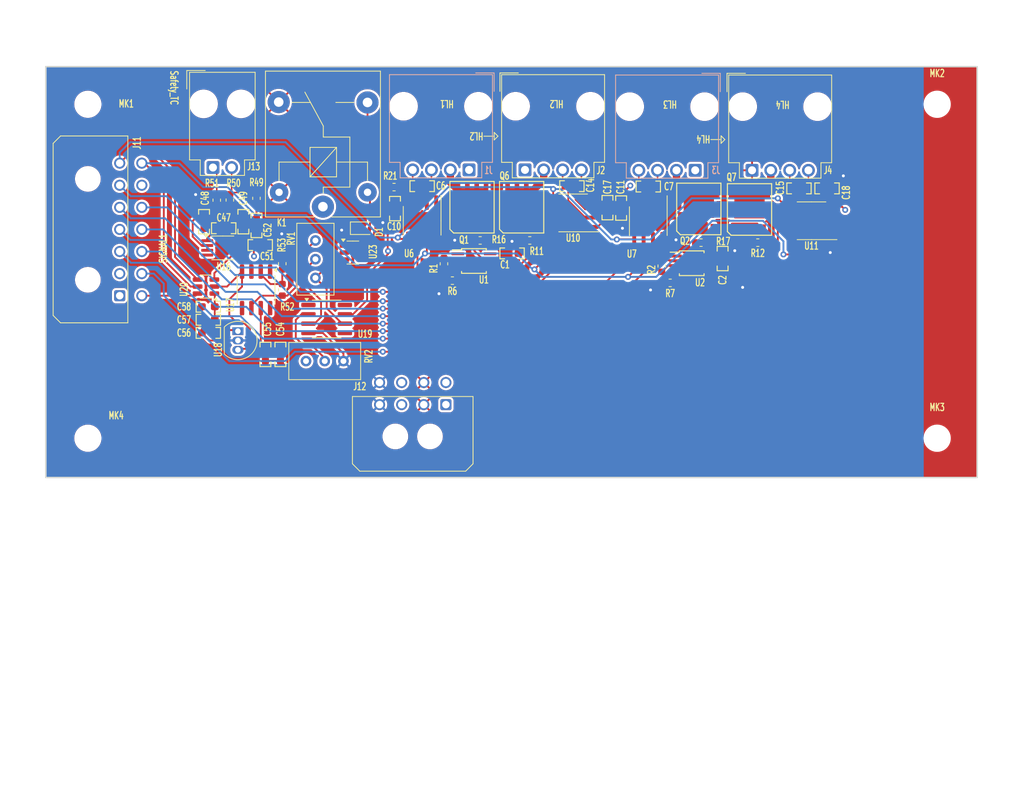
<source format=kicad_pcb>
(kicad_pcb (version 20241229) (generator "pcbnew") (generator_version "9.0")
  (layers (0 "F.Cu" jumper) (4 "In1.Cu" signal) (6 "In2.Cu" signal) (2 "B.Cu" signal) (13 "F.Paste" user) (15 "B.Paste" user) (5 "F.SilkS" user "F.Silkscreen") (7 "B.SilkS" user "B.Silkscreen") (1 "F.Mask" user) (3 "B.Mask" user) (25 "Edge.Cuts" user))
  (net 0 "")
  (net 1 "+12V")
  (net 2 "GNDREF")
  (net 3 "/TC1-")
  (net 4 "/TC1+")
  (net 5 "/TC3-")
  (net 6 "/TC3+")
  (net 7 "+3.3V")
  (net 8 "/TC2-")
  (net 9 "/TC2+")
  (net 10 "/TC4-")
  (net 11 "/TC4+")
  (net 12 "Net-(U16--IN)")
  (net 13 "Net-(U16-+IN)")
  (net 14 "Net-(U18-VO)")
  (net 15 "Net-(D1-A)")
  (net 16 "/MOSFET_HL1")
  (net 17 "/SAFETY_12V")
  (net 18 "/MOSFET_HL2")
  (net 19 "/MOSFET_HL3")
  (net 20 "/MOSFET_HL4")
  (net 21 "+24V")
  (net 22 "/HL1_PWM_IN")
  (net 23 "/HL2_PWM_IN")
  (net 24 "/HL3_PWM_IN")
  (net 25 "/HL4_PWM_IN")
  (net 26 "/HL4_CS")
  (net 27 "/HL3_CS")
  (net 28 "/SAFETY_CS")
  (net 29 "/HL2_CS")
  (net 30 "/HL1_CS")
  (net 31 "/Safet Cutoff/TC_SAFETY+")
  (net 32 "/Safet Cutoff/TC_SAFETY-")
  (net 33 "/MOSI_1")
  (net 34 "/MISO_1")
  (net 35 "/SCK_1")
  (net 36 "Net-(Q1-G)")
  (net 37 "Net-(Q2-G)")
  (net 38 "Net-(Q6-G)")
  (net 39 "Net-(Q7-G)")
  (net 42 "Net-(U1-OUT_B)")
  (net 43 "Net-(U2-OUT_B)")
  (net 44 "Net-(U1-OUT_A)")
  (net 45 "Net-(U2-OUT_A)")
  (net 46 "Net-(R52-Pad1)")
  (net 47 "Net-(U17--)")
  (net 48 "Net-(U19-+)")
  (net 49 "/Safet Cutoff/V_CUTOFF")
  (net 55 "Net-(U16-SENSE)")
  (net 66 "Net-(K1-Pad3)")
  (net 67 "Net-(U23-G1)")
  (footprint "NYSEARCH:R_0603_1608Metric" (layer "F.Cu") (at 173.926638 72.809073)
    (property "Reference" "R17")
    (property "Value" "100")
  )
  (footprint "NYSEARCH:R_0603_1608Metric" (layer "F.Cu") (at 150.685638 72.504323 180)
    (property "Reference" "R11")
    (property "Value" "100")
  )
  (footprint "NYSEARCH:R_0603_1608Metric" (layer "F.Cu") (at 132.270638 65.265323)
    (property "Reference" "R21")
    (property "Value" "10k")
  )
  (footprint "NYSEARCH:R_0603_1608Metric" (layer "F.Cu") (at 117.103638 75.662323 90)
    (property "Reference" "R53")
    (property "Value" "1k")
  )
  (footprint "NYSEARCH:C_0603_1608Metric_HandSolder" (layer "F.Cu") (at 148.2852 74.2696)
    (property "Reference" "C1")
    (property "Value" "1u")
  )
  (footprint "NYSEARCH:R_0603_1608Metric" (layer "F.Cu") (at 113.601638 66.789323 90)
    (property "Reference" "R49")
    (property "Value" "1M")
  )
  (footprint "Package_SO:SOIC-8_3.9x4.9mm_P1.27mm" (layer "F.Cu") (at 123.126638 83.172323)
    (property "Reference" "U19")
    (property "Value" "LMC6081")
  )
  (footprint "Package_TO_SOT_THT:TO-92_Inline" (layer "F.Cu") (at 111.082638 84.823323 -90)
    (property "Reference" "U18")
    (property "Value" "LP2950-3.3_TO92")
  )
  (footprint "NYSEARCH:C_0603_1608Metric_HandSolder" (layer "F.Cu") (at 156.400638 65.138323)
    (property "Reference" "C14")
    (property "Value" "10n")
  )
  (footprint "NYSEARCH:SO-8_Maxim" (layer "F.Cu") (at 166.763888 69.888073 -90)
    (property "Reference" "U7")
    (property "Value" "MAX31855")
  )
  (footprint "NYSEARCH:R_0603_1608Metric" (layer "F.Cu") (at 139.042638 75.679323 -90)
    (property "Reference" "R1")
    (property "Value" "4.7k")
  )
  (footprint "NYSEARCH:R_0603_1608Metric" (layer "F.Cu") (at 181.622888 72.809073 180)
    (property "Reference" "R12")
    (property "Value" "100")
  )
  (footprint "Diode_SMD:D_SOD-323" (layer "F.Cu") (at 127.952638 70.853323)
    (property "Reference" "D1")
    (property "Value" "BAT48JFILM")
  )
  (footprint "NYSEARCH:MSOP-8_3x3mm_P0.65mm_TI" (layer "F.Cu") (at 172.656638 75.603073)
    (property "Reference" "U2")
    (property "Value" "TC4427")
  )
  (footprint "NYSEARCH:C_0603_1608Metric_HandSolder" (layer "F.Cu") (at 163.080888 68.110073 -90)
    (property "Reference" "C11")
    (property "Value" "100n")
  )
  (footprint "NYSEARCH:PowerDI5060-8" (layer "F.Cu") (at 173.621888 68.234073)
    (property "Reference" "Q2")
    (property "Value" "DMT6004LPS")
  )
  (footprint "MountingHole:MountingHole_3.2mm_M3" (layer "F.Cu") (at 90.7268 99.362)
    (property "Reference" "MK4")
    (property "Value" "Mounting_Hole")
  )
  (footprint "NYSEARCH:SO-8_Maxim" (layer "F.Cu") (at 156.5656 68.771323 180)
    (property "Reference" "U10")
    (property "Value" "MAX31855")
  )
  (footprint "NYSEARCH:C_0603_1608Metric_HandSolder" (layer "F.Cu") (at 116.849638 87.981323 -90)
    (property "Reference" "C54")
    (property "Value" "10u")
  )
  (footprint "NYSEARCH:R_0603_1608Metric" (layer "F.Cu") (at 168.592638 75.984073 -90)
    (property "Reference" "R2")
    (property "Value" "4.7k")
  )
  (footprint "NYSEARCH:C_0603_1608Metric_HandSolder" (layer "F.Cu") (at 111.823638 69.964323 90)
    (property "Reference" "C49")
    (property "Value" "10u")
  )
  (footprint "NYSEARCH:PowerDI5060-8" (layer "F.Cu") (at 180.499888 68.305073)
    (property "Reference" "Q7")
    (property "Value" "DMT6004LPS")
  )
  (footprint "NYSEARCH:MSOP-8_3x3mm_P0.65mm_TI" (layer "F.Cu") (at 143.106638 75.298323)
    (property "Reference" "U1")
    (property "Value" "TC4427")
  )
  (footprint "Package_TO_SOT_SMD:SOT-23-6" (layer "F.Cu") (at 126.682638 74.155323)
    (property "Reference" "U23")
    (property "Value" "NUD3124")
  )
  (footprint "MountingHole:MountingHole_3.2mm_M3" (layer "F.Cu") (at 205.9574 54.022)
    (property "Reference" "MK2")
    (property "Value" "Mounting_Hole")
  )
  (footprint "NYSEARCH:R_0603_1608Metric" (layer "F.Cu") (at 117.103638 79.218323 90)
    (property "Reference" "R52")
    (property "Value" "9k")
  )
  (footprint "NYSEARCH:C_0603_1608Metric_HandSolder" (layer "F.Cu") (at 136.080638 65.138323 180)
    (property "Reference" "C6")
    (property "Value" "10n")
  )
  (footprint "NYSEARCH:PowerDI5060-8" (layer "F.Cu") (at 149.579638 68.000323)
    (property "Reference" "Q6")
    (property "Value" "DMT6004LPS")
  )
  (footprint "NYSEARCH:R_0603_1608Metric" (layer "F.Cu") (at 109.991638 67.026323 90)
    (property "Reference" "R50")
    (property "Value" "100")
  )
  (footprint "Connector_Molex:Molex_Micro-Fit_3.0_43045-1400_2x07_P3.00mm_Horizontal" (layer "F.Cu") (at 95.0468 80.0128 90)
    (property "Reference" "J11")
    (property "Value" "SIGNAL1")
  )
  (footprint "Potentiometer_THT:Potentiometer_Bourns_3296W_Vertical" (layer "F.Cu") (at 121.602638 77.594323 -90)
    (property "Reference" "RV1")
    (property "Value" "10k")
  )
  (footprint "NYSEARCH:PowerDI5060-8" (layer "F.Cu") (at 142.848638 68.000323)
    (property "Reference" "Q1")
    (property "Value" "DMT6004LPS")
  )
  (footprint "NYSEARCH:Molex_SL_171975-0004_1x04_P2.54mm_Horizontal" (layer "F.Cu") (at 150.033638 62.933323)
    (property "Reference" "J2")
    (property "Value" "HL2")
  )
  (footprint "NYSEARCH:C_0603_1608Metric_HandSolder" (layer "F.Cu") (at 114.817638 87.981323 -90)
    (property "Reference" "C55")
    (property "Value" "10u")
  )
  (footprint "Package_SO:SOIC-8_3.9x4.9mm_P1.27mm" (layer "F.Cu") (at 113.547638 79.218323 -90)
    (property "Reference" "U17")
    (property "Value" "LMC6081")
  )
  (footprint "NYSEARCH:C_0603_1608Metric_HandSolder" (layer "F.Cu") (at 132.397638 68.186323 90)
    (property "Reference" "C10")
    (property "Value" "100n")
  )
  (footprint "NYSEARCH:SO-8_Maxim" (layer "F.Cu") (at 188.912638 69.837323 180)
    (property "Reference" "U11")
    (property "Value" "MAX31855")
  )
  (footprint "MountingHole:MountingHole_3.2mm_M3" (layer "F.Cu") (at 205.9574 99.362)
    (property "Reference" "MK3")
    (property "Value" "Mounting_Hole")
  )
  (footprint "NYSEARCH:Molex_SL_171975-0002_1x02_P2.54mm_Horizontal" (layer "F.Cu") (at 107.695638 62.609323)
    (property "Reference" "J13")
    (property "Value" "TC_SAFETY")
  )
  (footprint "NYSEARCH:C_0603_1608Metric_HandSolder" (layer "F.Cu") (at 176.847638 74.968073 90)
    (property "Reference" "C2")
    (property "Value" "1u")
  )
  (footprint "Connector_Molex:Molex_Micro-Fit_3.0_43045-0800_2x04_P3.00mm_Horizontal" (layer "F.Cu") (at 139.304 94.8 180)
    (property "Reference" "J12")
    (property "Value" "POWER" (hide yes))
  )
  (footprint "Package_SO:MSOP-8_3x3mm_P0.65mm" (layer "F.Cu") (at 109.029638 73.520323)
    (property "Reference" "U16")
    (property "Value" "AD8497")
  )
  (footprint "NYSEARCH:SO-8_Maxim" (layer "F.Cu") (at 136.080638 69.837323 -90)
    (property "Reference" "U6")
    (property "Value" "MAX31855")
  )
  (footprint "NYSEARCH:R_0603_1608Metric" (layer "F.Cu") (at 169.735638 78.270073 180)
    (property "Reference" "R7")
    (property "Value" "4.7k")
  )
  (footprint "Potentiometer_THT:Potentiometer_Bourns_3296W_Vertical" (layer "F.Cu") (at 120.322638 88.887323 180)
    (property "Reference" "RV2")
    (property "Value" "10k")
  )
  (footprint "NYSEARCH:C_0603_1608Metric_HandSolder" (layer "F.Cu") (at 161.226638 68.059323 -90)
    (property "Reference" "C17")
    (property "Value" "100n")
  )
  (footprint "NYSEARCH:C_0603_1608Metric_HandSolder" (layer "F.Cu") (at 106.489638 69.964323 -90)
    (property "Reference" "C48")
    (property "Value" "10u")
  )
  (footprint "MountingHole:MountingHole_3.2mm_M3" (layer "F.Cu") (at 90.7268 54.022)
    (property "Reference" "MK1")
    (property "Value" "Mounting_Hole")
  )
  (footprint "Relay_THT:Relay_SPDT_SANYOU_SRD_Series_Form_C" (layer "F.Cu") (at 122.618638 67.923323 90)
    (property "Reference" "K1")
    (property "Value" "J107F1CS1212VDC.36")
  )
  (footprint "NYSEARCH:C_0603_1608Metric_HandSolder" (layer "F.Cu") (at 113.601638 70.472323 -90)
    (property "Reference" "C52")
    (property "Value" "10u")
  )
  (footprint "NYSEARCH:C_0603_1608Metric_HandSolder" (layer "F.Cu") (at 191.020888 65.443073)
    (property "Reference" "C18")
    (property "Value" "100n")
  )
  (footprint "NYSEARCH:C_0603_1608Metric_HandSolder" (layer "F.Cu") (at 107.070638 85.060323)
    (property "Reference" "C56")
    (property "Value" "0.1u")
  )
  (footprint "Package_TO_SOT_SMD:SOT-23-6" (layer "F.Cu") (at 106.749138 78.771323 180)
    (property "Reference" "U20")
    (property "Value" "ADC121S021")
  )
  (footprint "NYSEARCH:C_0603_1608Metric_HandSolder" (layer "F.Cu") (at 166.763888 65.189073 180)
    (property "Reference" "C7")
    (property "Value" "10n")
  )
  (footprint "NYSEARCH:C_0603_1608Metric_HandSolder" (layer "F.Cu") (at 114.109638 73.139323 180)
    (property "Reference" "C51")
    (property "Value" "0.1u")
  )
  (footprint "NYSEARCH:C_0603_1608Metric_HandSolder" (layer "F.Cu") (at 107.070638 81.504323)
    (property "Reference" "C58")
    (property "Value" "0.1u")
  )
  (footprint "NYSEARCH:C_0603_1608Metric_HandSolder" (layer "F.Cu") (at 109.156638 70.853323)
    (property "Reference" "C47")
    (property "Value" "10u")
  )
  (footprint "NYSEARCH:R_0603_1608Metric" (layer "F.Cu") (at 140.185638 77.965323 180)
    (property "Reference" "R6")
    (property "Value" "4.7k")
  )
  (footprint "NYSEARCH:C_0603_1608Metric_HandSolder" (layer "F.Cu") (at 107.070638 83.282323)
    (property "Reference" "C57")
    (property "Value" "0.1u")
  )
  (footprint "NYSEARCH:C_0603_1608Metric_HandSolder" (layer "F.Cu") (at 187.210888 65.443073)
    (property "Reference" "C15")
    (property "Value" "10n")
  )
  (footprint "NYSEARCH:Molex_SL_171975-0004_1x04_P2.54mm_Horizontal" (layer "F.Cu") (at 180.843888 62.984073)
    (property "Reference" "J4")
    (property "Value" "HL4")
  )
  (footprint "NYSEARCH:R_0603_1608Metric" (layer "F.Cu") (at 108.213638 67.043323 -90)
    (property "Reference" "R51")
    (property "Value" "100")
  )
  (footprint "NYSEARCH:R_0603_1608Metric" (layer "F.Cu") (at 143.954638 72.504323)
    (property "Reference" "R16")
    (property "Value" "100")
  )
  (footprint "NYSEARCH:Molex_SL_171975-0004_1x04_P2.54mm_Horizontal" (layer "B.Cu") (at 173.130888 62.984073 180)
    (property "Reference" "J3")
    (property "Value" "HL3")
  )
  (footprint "NYSEARCH:Molex_SL_171975-0004_1x04_P2.54mm_Horizontal" (layer "B.Cu") (at 142.447638 62.933323 180)
    (property "Reference" "J1")
    (property "Value" "HL1")
  )
  (gr_line (start 146.367638 58.356523) (end 145.859638 58.864523) (stroke (width 0.12)) (layer "F.SilkS"))
  (gr_line (start 145.859638 58.864523) (end 145.859638 57.848523) (stroke (width 0.12)) (layer "F.SilkS"))
  (gr_line (start 146.367638 58.356523) (end 145.859638 57.848523) (stroke (width 0.12)) (layer "F.SilkS"))
  (gr_line (start 145.732638 58.356523) (end 144.462638 58.356523) (stroke (width 0.12)) (layer "F.SilkS"))
  (gr_line (start 177.152438 58.813723) (end 176.644438 58.305723) (stroke (width 0.12)) (layer "F.SilkS"))
  (gr_line (start 176.517438 58.813723) (end 175.247438 58.813723) (stroke (width 0.12)) (layer "F.SilkS"))
  (gr_line (start 176.644438 59.321723) (end 176.644438 58.305723) (stroke (width 0.12)) (layer "F.SilkS"))
  (gr_line (start 177.152438 58.813723) (end 176.644438 59.321723) (stroke (width 0.12)) (layer "F.SilkS"))
  (gr_rect (start 85.026638 48.915323) (end 211.382638 104.695323) (stroke (width 0.2)) (fill no) (layer "Edge.Cuts"))
  (gr_text "HL4" (at 175.247438 58.153323 180) (layer "F.SilkS") (effects (font (size 1 0.65) (thickness 0.153) (bold yes)) (justify left bottom)))
  (gr_text "HL1" (at 140.449438 53.378123 180) (layer "F.SilkS") (effects (font (size 1 0.65) (thickness 0.153) (bold yes)) (justify left bottom)))
  (gr_text "HL2\n" (at 144.462638 57.746923 180) (layer "F.SilkS") (effects (font (size 1 0.65) (thickness 0.153) (bold yes)) (justify left bottom)))
  (gr_text "HL3" (at 170.726238 53.428923 180) (layer "F.SilkS") (effects (font (size 1 0.65) (thickness 0.153) (bold yes)) (justify left bottom)))
  (gr_text "HL4" (at 186.017038 53.479723 180) (layer "F.SilkS") (effects (font (size 1 0.65) (thickness 0.153) (bold yes)) (justify left bottom)))
  (gr_text "SIGNAL1" (at 101.536638 75.679323 90) (layer "F.SilkS") (effects (font (size 1 0.65) (thickness 0.153) (bold yes)) (justify left bottom)))
  (gr_text "Safety_TC" (at 101.841438 49.364923 -90) (layer "F.SilkS") (effects (font (size 1 0.65) (thickness 0.153) (bold yes)) (justify left bottom)))
  (gr_text "HL2\n" (at 155.333838 53.378123 180) (layer "F.SilkS") (effects (font (size 1 0.65) (thickness 0.153) (bold yes)) (justify left bottom)))
  (segment (start 174.856638 75.928073) (end 176.762638 75.928073) (width 0.25) (layer "F.Cu") (net 1))
  (segment (start 147.4102 74.609761) (end 146.396638 75.623323) (width 0.25) (layer "F.Cu") (net 1))
  (segment (start 147.4102 74.2696) (end 147.4102 74.609761) (width 0.25) (layer "F.Cu") (net 1))
  (segment (start 146.396638 75.623323) (end 145.306638 75.623323) (width 0.25) (layer "F.Cu") (net 1))
  (segment (start 176.762638 75.928073) (end 176.847638 75.843073) (width 0.25) (layer "F.Cu") (net 1))
  (segment (start 172.986888 70.904073) (end 171.716888 70.904073) (width 0.25) (layer "F.Cu") (net 2))
  (segment (start 161.226638 69.329323) (end 159.879638 70.676323) (width 0.25) (layer "F.Cu") (net 2))
  (segment (start 110.807638 83.553323) (end 111.737638 83.553323) (width 0.25) (layer "F.Cu") (net 2))
  (segment (start 139.886138 75.623323) (end 139.042638 76.466823) (width 0.25) (layer "F.Cu") (net 2))
  (segment (start 143.483638 70.670323) (end 142.213638 70.670323) (width 0.25) (layer "F.Cu") (net 2))
  (segment (start 149.1602 73.518885) (end 148.272638 72.631323) (width 0.25) (layer "F.Cu") (net 2))
  (segment (start 140.943638 70.670323) (end 137.985638 67.712323) (width 0.25) (layer "F.Cu") (net 2))
  (segment (start 168.948138 77.127073) (end 168.592638 76.771573) (width 0.25) (layer "F.Cu") (net 2))
  (segment (start 191.895888 65.076073) (end 193.230638 63.741323) (width 0.25) (layer "F.Cu") (net 2))
  (segment (start 177.039388 73.901323) (end 176.847638 74.093073) (width 0.25) (layer "F.Cu") (net 2))
  (segment (start 180.429038 78.850423) (end 181.391731 77.887731) (width 0.25) (layer "F.Cu") (net 2))
  (segment (start 112.712638 85.585323) (end 112.204638 86.093323) (width 0.25) (layer "F.Cu") (net 2))
  (segment (start 106.195638 83.282323) (end 106.195638 85.060323) (width 0.25) (layer "F.Cu") (net 2))
  (segment (start 147.674638 70.670323) (end 147.674638 72.033323) (width 0.25) (layer "F.Cu") (net 2))
  (segment (start 111.737638 83.553323) (end 112.712638 84.528323) (width 0.25) (layer "F.Cu") (net 2))
  (segment (start 104.951638 69.865323) (end 104.951638 71.993364) (width 0.25) (layer "F.Cu") (net 2))
  (segment (start 106.489638 69.089323) (end 106.489638 67.424323) (width 0.25) (layer "F.Cu") (net 2))
  (segment (start 191.377638 74.080323) (end 191.452638 74.155323) (width 0.25) (layer "F.Cu") (net 2))
  (segment (start 139.398138 77.965323) (end 139.398138 78.711823) (width 0.25) (layer "F.Cu") (net 2))
  (segment (start 170.523038 72.097923) (end 170.523038 72.428123) (width 0.25) (layer "F.Cu") (net 2))
  (segment (start 114.095638 70.091323) (end 115.506638 70.091323) (width 0.25) (layer "F.Cu") (net 2))
  (segment (start 149.1602 74.2696) (end 149.1602 73.518885) (width 0.25) (layer "F.Cu") (net 2))
  (segment (start 120.651638 85.077323) (end 122.618638 85.077323) (width 0.25) (layer "F.Cu") (net 2))
  (segment (start 132.397638 67.311323) (end 130.746638 68.962323) (width 0.25) (layer "F.Cu") (net 2))
  (segment (start 112.204638 86.093323) (end 111.082638 86.093323) (width 0.25) (layer "F.Cu") (net 2))
  (segment (start 139.398138 78.711823) (end 138.366638 79.743323) (width 0.25) (layer "F.Cu") (net 2))
  (segment (start 183.600138 75.679323) (end 189.928638 75.679323) (width 0.25) (layer "F.Cu") (net 2))
  (segment (start 123.624638 90.665323) (end 118.658638 90.665323) (width 0.25) (layer "F.Cu") (net 2))
  (segment (start 163.030138 68.934323) (end 163.080888 68.985073) (width 0.25) (layer "F.Cu") (net 2))
  (segment (start 125.545138 71.493823) (end 125.158638 71.107323) (width 0.25) (layer "F.Cu") (net 2))
  (segment (start 163.080888 68.985073) (end 163.080888 70.675573) (width 0.25) (layer "F.Cu") (net 2))
  (segment (start 140.943638 72.035523) (end 140.943638 70.670323) (width 0.25) (layer "F.Cu") (net 2))
  (segment (start 115.506638 73.139323) (end 117.030638 71.615323) (width 0.25) (layer "F.Cu") (net 2))
  (segment (start 174.256888 70.904073) (end 172.986888 70.904073) (width 0.25) (layer "F.Cu") (net 2))
  (segment (start 125.545138 73.205323) (end 125.545138 71.493823) (width 0.25) (layer "F.Cu") (net 2))
  (segment (start 104.951638 71.993364) (end 106.153597 73.195323) (width 0.25) (layer "F.Cu") (net 2))
  (segment (start 113.601638 69.597323) (end 114.095638 70.091323) (width 0.25) (layer "F.Cu") (net 2))
  (segment (start 106.153597 73.195323) (end 106.917138 73.195323) (width 0.25) (layer "F.Cu") (net 2))
  (segment (start 125.402638 88.887323) (end 123.624638 90.665323) (width 0.25) (layer "F.Cu") (net 2))
  (segment (start 107.228638 86.093323) (end 106.195638 85.060323) (width 0.25) (layer "F.Cu") (net 2))
  (segment (start 106.917138 73.195323) (end 106.917138 73.845323) (width 0.25) (layer "F.Cu") (net 2))
  (segment (start 106.489638 67.424323) (end 105.346638 66.281323) (width 0.25) (layer "F.Cu") (net 2))
  (segment (start 168.033888 78.270073) (end 167.068638 79.235323) (width 0.25) (layer "F.Cu") (net 2))
  (segment (start 140.906638 75.623323) (end 139.886138 75.623323) (width 0.25) (layer "F.Cu") (net 2))
  (segment (start 168.948138 78.270073) (end 168.948138 77.127073) (width 0.25) (layer "F.Cu") (net 2))
  (segment (start 140.500238 72.478923) (end 140.943638 72.035523) (width 0.25) (layer "F.Cu") (net 2))
  (segment (start 147.674638 72.033323) (end 148.272638 72.631323) (width 0.25) (layer "F.Cu") (net 2))
  (segment (start 118.658638 90.665323) (end 116.849638 88.856323) (width 0.25) (layer "F.Cu") (net 2))
  (segment (start 171.716888 70.904073) (end 170.523038 72.097923) (width 0.25) (layer "F.Cu") (net 2))
  (segment (start 189.928638 75.679323) (end 191.452638 74.155323) (width 0.25) (layer "F.Cu") (net 2))
  (segment (start 117.103638 71.688323) (end 117.030638 71.615323) (width 0.25) (layer "F.Cu") (net 2))
  (segment (start 170.456638 75.928073) (end 169.436138 75.928073) (width 0.25) (layer "F.Cu") (net 2))
  (segment (start 105.727638 69.089323) (end 104.951638 69.865323) (width 0.25) (layer "F.Cu") (net 2))
  (segment (start 168.668888 67.423073) (end 168.668888 67.856073) (width 0.25) (layer "F.Cu") (net 2))
  (segment (start 111.642638 76.743323) (end 111.642638 78.781323) (width 0.25) (layer "F.Cu") (net 2))
  (segment (start 163.258638 70.853323) (end 165.605641 70.853323) (width 0.25) (layer "F.Cu") (net 2))
  (segment (start 106.195638 81.504323) (end 106.195638 83.282323) (width 0.25) (layer "F.Cu") (net 2))
  (segment (start 191.895888 65.443073) (end 191.895888 65.076073) (width 0.25) (layer "F.Cu") (net 2))
  (segment (start 178.594888 70.975073) (end 178.498638 71.071323) (width 0.25) (layer "F.Cu") (net 2))
  (segment (start 111.642638 78.781323) (end 109.918638 80.505323) (width 0.25) (layer "F.Cu") (net 2))
  (segment (start 139.042638 77.609823) (end 139.398138 77.965323) (width 0.25) (layer "F.Cu") (net 2))
  (segment (start 122.618638 85.077323) (end 125.402638 87.861323) (width 0.25) (layer "F.Cu") (net 2))
  (segment (start 111.642638 76.743323) (end 109.614638 78.771323) (width 0.25) (layer "F.Cu") (net 2))
  (segment (start 113.601638 69.597323) (end 112.331638 69.597323) (width 0.25) (layer "F.Cu") (net 2))
  (segment (start 133.058138 66.650823) (end 132.397638 67.311323) (width 0.25) (layer "F.Cu") (net 2))
  (segment (start 191.377638 71.742323) (end 191.377638 74.080323) (width 0.25) (layer "F.Cu") (net 2))
  (segment (start 109.918638 82.664323) (end 110.807638 83.553323) (width 0.25) (layer "F.Cu") (net 2))
  (segment (start 115.506638 70.091323) (end 117.030638 71.615323) (width 0.25) (layer "F.Cu") (net 2))
  (segment (start 169.436138 75.928073) (end 168.592638 76.771573) (width 0.25) (layer "F.Cu") (net 2))
  (segment (start 161.226638 68.934323) (end 161.226638 69.329323) (width 0.25) (layer "F.Cu") (net 2))
  (segment (start 139.042638 76.466823) (end 139.042638 77.609823) (width 0.25) (layer "F.Cu") (net 2))
  (segment (start 178.498638 71.071323) (end 178.498638 73.901323) (width 0.25) (layer "F.Cu") (net 2))
  (segment (start 137.985638 67.712323) (end 137.985638 67.372323) (width 0.25) (layer "F.Cu") (net 2))
  (segment (start 109.918638 80.505323) (end 109.918638 82.664323) (width 0.25) (layer "F.Cu") (net 2))
  (segment (start 125.402638 87.861323) (end 125.402638 88.887323) (width 0.25) (layer "F.Cu") (net 2))
  (segment (start 109.614638 78.771323) (end 107.886638 78.771323) (width 0.25) (layer "F.Cu") (net 2))
  (segment (start 150.214638 70.670323) (end 148.944638 70.670323) (width 0.25) (layer "F.Cu") (net 2))
  (segment (start 112.712638 84.528323) (end 112.712638 85.585323) (width 0.25) (layer "F.Cu") (net 2))
  (segment (start 112.331638 69.597323) (end 111.823638 69.089323) (width 0.25) (layer "F.Cu") (net 2))
  (segment (start 181.391731 77.887731) (end 183.600138 75.679323) (width 0.25) (layer "F.Cu") (net 2))
  (segment (start 142.213638 70.670323) (end 140.943638 70.670323) (width 0.25) (layer "F.Cu") (net 2))
  (segment (start 168.948138 78.270073) (end 168.033888 78.270073) (width 0.25) (layer "F.Cu") (net 2))
  (segment (start 130.746638 68.962323) (end 130.746638 70.091323) (width 0.25) (layer "F.Cu") (net 2))
  (segment (start 179.565438 78.879723) (end 180.429038 78.879723) (width 0.25) (layer "F.Cu") (net 2))
  (segment (start 178.498638 73.901323) (end 177.039388 73.901323) (width 0.25) (layer "F.Cu") (net 2))
  (segment (start 178.594888 70.975073) (end 179.864888 70.975073) (width 0.25) (layer "F.Cu") (net 2))
  (segment (start 165.605641 70.853323) (end 168.668888 67.790076) (width 0.25) (layer "F.Cu") (net 2))
  (segment (start 161.226638 68.934323) (end 163.030138 68.934323) (width 0.25) (layer "F.Cu") (net 2))
  (segment (start 148.944638 70.670323) (end 147.674638 70.670323) (width 0.25) (layer "F.Cu") (net 2))
  (segment (start 181.134888 70.975073) (end 179.864888 70.975073) (width 0.25) (layer "F.Cu") (net 2))
  (segment (start 133.058138 65.265323) (end 133.058138 66.650823) (width 0.25) (layer "F.Cu") (net 2))
  (segment (start 106.489638 69.089323) (end 105.727638 69.089323) (width 0.25) (layer "F.Cu") (net 2))
  (segment (start 163.080888 70.675573) (end 163.258638 70.853323) (width 0.25) (layer "F.Cu") (net 2))
  (segment (start 168.668888 67.790076) (end 168.668888 67.423073) (width 0.25) (layer "F.Cu") (net 2))
  (segment (start 116.849638 88.856323) (end 114.817638 88.856323) (width 0.25) (layer "F.Cu") (net 2))
  (segment (start 111.082638 86.093323) (end 107.228638 86.093323) (width 0.25) (layer "F.Cu") (net 2))
  (segment (start 159.879638 70.676323) (end 159.0306 70.676323) (width 0.25) (layer "F.Cu") (net 2))
  (segment (start 180.429038 78.879723) (end 180.429038 78.850423) (width 0.25) (layer "F.Cu") (net 2))
  (segment (start 114.984638 73.139323) (end 115.506638 73.139323) (width 0.25) (layer "F.Cu") (net 2))
  (segment (start 117.103638 74.874823) (end 117.103638 71.688323) (width 0.25) (layer "F.Cu") (net 2))
  (segment (start 113.601638 67.576823) (end 113.601638 69.597323) (width 0.25) (layer "F.Cu") (net 2))
  (via (at 191.452638 74.155323) (size 0.8) (drill 0.4) (layers "F.Cu" "B.Cu") (net 2))
  (via (at 163.258638 70.853323) (size 0.8) (drill 0.4) (layers "F.Cu" "B.Cu") (net 2))
  (via (at 117.030638 71.615323) (size 0.8) (drill 0.4) (layers "F.Cu" "B.Cu") (net 2))
  (via (at 167.068638 79.235323) (size 0.8) (drill 0.4) (layers "F.Cu" "B.Cu") (net 2))
  (via (at 140.500238 72.478923) (size 0.8) (drill 0.4) (layers "F.Cu" "B.Cu") (net 2))
  (via (at 178.498638 73.901323) (size 0.8) (drill 0.4) (layers "F.Cu" "B.Cu") (net 2))
  (via (at 125.158638 71.107323) (size 0.8) (drill 0.4) (layers "F.Cu" "B.Cu") (net 2))
  (via (at 170.523038 72.428123) (size 0.8) (drill 0.4) (layers "F.Cu" "B.Cu") (net 2))
  (via (at 179.565438 78.879723) (size 0.8) (drill 0.4) (layers "F.Cu" "B.Cu") (net 2))
  (via (at 138.366638 79.743323) (size 0.8) (drill 0.4) (layers "F.Cu" "B.Cu") (net 2))
  (via (at 105.346638 66.281323) (size 0.8) (drill 0.4) (layers "F.Cu" "B.Cu") (net 2))
  (via (at 148.272638 72.631323) (size 0.8) (drill 0.4) (layers "F.Cu" "B.Cu") (net 2))
  (via (at 193.230638 63.741323) (size 0.8) (drill 0.4) (layers "F.Cu" "B.Cu") (net 2))
  (via (at 130.746638 70.091323) (size 0.8) (drill 0.4) (layers "F.Cu" "B.Cu") (net 2))
  (segment (start 181.485715 80.8) (end 181.394858 80.709142) (width 0.25) (layer "B.Cu") (net 2))
  (segment (start 136.955638 65.138323) (end 137.337638 64.756323) (width 0.2) (layer "F.Cu") (net 3))
  (segment (start 136.715638 65.378323) (end 136.955638 65.138323) (width 0.2) (layer "F.Cu") (net 3))
  (segment (start 136.715638 67.372323) (end 136.715638 65.378323) (width 0.2) (layer "F.Cu") (net 3))
  (segment (start 137.337638 64.756323) (end 137.337638 62.933323) (width 0.2) (layer "F.Cu") (net 3))
  (segment (start 135.445638 67.372323) (end 135.445638 65.378323) (width 0.2) (layer "F.Cu") (net 4))
  (segment (start 134.797638 64.730323) (end 134.797638 62.933323) (width 0.2) (layer "F.Cu") (net 4))
  (segment (start 135.205638 65.138323) (end 134.797638 64.730323) (width 0.2) (layer "F.Cu") (net 4))
  (segment (start 135.445638 65.378323) (end 135.205638 65.138323) (width 0.2) (layer "F.Cu") (net 4))
  (segment (start 167.398888 65.429073) (end 167.638888 65.189073) (width 0.2) (layer "F.Cu") (net 5))
  (segment (start 168.020888 64.807073) (end 168.020888 62.984073) (width 0.2) (layer "F.Cu") (net 5))
  (segment (start 167.398888 67.423073) (end 167.398888 65.429073) (width 0.2) (layer "F.Cu") (net 5))
  (segment (start 167.638888 65.189073) (end 168.020888 64.807073) (width 0.2) (layer "F.Cu") (net 5))
  (segment (start 166.128888 67.423073) (end 166.128888 65.429073) (width 0.2) (layer "F.Cu") (net 6))
  (segment (start 165.888888 65.189073) (end 165.480888 64.781073) (width 0.2) (layer "F.Cu") (net 6))
  (segment (start 165.480888 64.781073) (end 165.480888 62.984073) (width 0.2) (layer "F.Cu") (net 6))
  (segment (start 166.128888 65.429073) (end 165.888888 65.189073) (width 0.2) (layer "F.Cu") (net 6))
  (segment (start 159.119638 66.866323) (end 160.908638 66.866323) (width 0.25) (layer "F.Cu") (net 7))
  (segment (start 126.682638 82.537323) (end 128.613038 80.606923) (width 0.25) (layer "F.Cu") (net 7))
  (segment (start 113.234638 73.139323) (end 113.234638 74.626523) (width 0.25) (layer "F.Cu") (net 7))
  (segment (start 114.182638 81.693323) (end 114.182638 86.471323) (width 0.25) (layer "F.Cu") (net 7))
  (segment (start 113.234638 71.714323) (end 113.601638 71.347323) (width 0.25) (layer "F.Cu") (net 7))
  (segment (start 125.601638 82.537323) (end 126.682638 82.537323) (width 0.25) (layer "F.Cu") (net 7))
  (segment (start 161.226638 67.184323) (end 163.030138 67.184323) (width 0.25) (layer "F.Cu") (net 7))
  (segment (start 131.407038 71.716923) (end 131.407038 73.901323) (width 0.25) (layer "F.Cu") (net 7))
  (segment (start 114.182638 86.471323) (end 114.817638 87.106323) (width 0.25) (layer "F.Cu") (net 7))
  (segment (start 128.613038 80.606923) (end 128.613038 77.203323) (width 0.25) (layer "F.Cu") (net 7))
  (segment (start 128.613038 77.203323) (end 131.457838 74.358523) (width 0.25) (layer "F.Cu") (net 7))
  (segment (start 113.234638 73.139323) (end 111.198138 73.139323) (width 0.25) (layer "F.Cu") (net 7))
  (segment (start 131.457838 74.358523) (end 131.457838 73.952123) (width 0.25) (layer "F.Cu") (net 7))
  (segment (start 114.817638 87.106323) (end 116.849638 87.106323) (width 0.25) (layer "F.Cu") (net 7))
  (segment (start 163.268888 67.423073) (end 163.080888 67.235073) (width 0.25) (layer "F.Cu") (net 7))
  (segment (start 189.928638 66.483323) (end 189.928638 65.660323) (width 0.25) (layer "F.Cu") (net 7))
  (segment (start 163.030138 67.184323) (end 163.080888 67.235073) (width 0.25) (layer "F.Cu") (net 7))
  (segment (start 189.928638 65.660323) (end 190.145888 65.443073) (width 0.25) (layer "F.Cu") (net 7))
  (segment (start 131.407038 73.901323) (end 131.457838 73.952123) (width 0.25) (layer "F.Cu") (net 7))
  (segment (start 160.908638 66.866323) (end 161.226638 67.184323) (width 0.25) (layer "F.Cu") (net 7))
  (segment (start 163.080888 66.306673) (end 164.325438 65.062123) (width 0.25) (layer "F.Cu") (net 7))
  (segment (start 111.198138 73.139323) (end 111.142138 73.195323) (width 0.25) (layer "F.Cu") (net 7))
  (segment (start 114.704638 87.219323) (end 114.817638 87.106323) (width 0.25) (layer "F.Cu") (net 7))
  (segment (start 163.080888 67.235073) (end 163.080888 66.306673) (width 0.25) (layer "F.Cu") (net 7))
  (segment (start 132.053638 71.070323) (end 131.407038 71.716923) (width 0.25) (layer "F.Cu") (net 7))
  (segment (start 134.086638 67.372323) (end 132.397638 69.061323) (width 0.25) (layer "F.Cu") (net 7))
  (segment (start 113.234638 73.139323) (end 113.234638 71.714323) (width 0.25) (layer "F.Cu") (net 7))
  (segment (start 132.397638 69.061323) (end 132.053638 69.405323) (width 0.25) (layer "F.Cu") (net 7))
  (segment (start 134.175638 67.372323) (end 134.086638 67.372323) (width 0.25) (layer "F.Cu") (net 7))
  (segment (start 164.858888 67.423073) (end 163.268888 67.423073) (width 0.25) (layer "F.Cu") (net 7))
  (segment (start 193.052838 67.932323) (end 193.484638 68.364123) (width 0.25) (layer "F.Cu") (net 7))
  (segment (start 110.901638 87.219323) (end 114.704638 87.219323) (width 0.25) (layer "F.Cu") (net 7))
  (segment (start 191.377638 67.932323) (end 193.052838 67.932323) (width 0.25) (layer "F.Cu") (net 7))
  (segment (start 132.053638 69.405323) (end 132.053638 71.070323) (width 0.25) (layer "F.Cu") (net 7))
  (segment (start 191.377638 67.932323) (end 189.928638 66.483323) (width 0.25) (layer "F.Cu") (net 7))
  (segment (start 113.234638 74.626523) (end 113.271438 74.663323) (width 0.25) (layer "F.Cu") (net 7))
  (via (at 113.271438 74.663323) (size 0.8) (drill 0.4) (layers "F.Cu" "B.Cu") (net 7))
  (via (at 193.484638 68.364123) (size 0.8) (drill 0.4) (layers "F.Cu" "B.Cu") (net 7))
  (via (at 131.457838 73.952123) (size 0.8) (drill 0.4) (layers "F.Cu" "B.Cu") (net 7))
  (via (at 164.325438 65.062123) (size 0.8) (drill 0.4) (layers "F.Cu" "B.Cu") (net 7))
  (segment (start 155.143638 64.756323) (end 155.143638 62.933323) (width 0.2) (layer "F.Cu") (net 8))
  (segment (start 155.525638 65.138323) (end 155.143638 64.756323) (width 0.2) (layer "F.Cu") (net 8))
  (segment (start 158.255638 69.406323) (end 155.892638 67.043323) (width 0.2) (layer "F.Cu") (net 8))
  (segment (start 155.892638 65.505323) (end 155.525638 65.138323) (width 0.2) (layer "F.Cu") (net 8))
  (segment (start 159.0306 69.406323) (end 158.255638 69.406323) (width 0.2) (layer "F.Cu") (net 8))
  (segment (start 155.892638 67.043323) (end 155.892638 65.505323) (width 0.2) (layer "F.Cu") (net 8))
  (segment (start 157.683638 64.730323) (end 157.683638 62.933323) (width 0.2) (layer "F.Cu") (net 9))
  (segment (start 156.891638 66.993323) (end 156.891638 65.522323) (width 0.2) (layer "F.Cu") (net 9))
  (segment (start 158.034638 68.136323) (end 156.891638 66.993323) (width 0.2) (layer "F.Cu") (net 9))
  (segment (start 156.891638 65.522323) (end 157.275638 65.138323) (width 0.2) (layer "F.Cu") (net 9))
  (segment (start 157.275638 65.138323) (end 157.683638 64.730323) (width 0.2) (layer "F.Cu") (net 9))
  (segment (start 159.0306 68.136323) (end 158.034638 68.136323) (width 0.2) (layer "F.Cu") (net 9))
  (segment (start 188.404638 68.326147) (end 188.404638 67.805323) (width 0.2) (layer "F.Cu") (net 10))
  (segment (start 191.377638 70.472323) (end 190.550814 70.472323) (width 0.2) (layer "F.Cu") (net 10))
  (segment (start 190.550814 70.472323) (end 188.404638 68.326147) (width 0.2) (layer "F.Cu") (net 10))
  (segment (start 186.335888 65.736573) (end 186.335888 65.443073) (width 0.2) (layer "F.Cu") (net 10))
  (segment (start 188.404638 67.805323) (end 186.335888 65.736573) (width 0.2) (layer "F.Cu") (net 10))
  (segment (start 185.953888 62.984073) (end 185.953888 65.061073) (width 0.2) (layer "F.Cu") (net 10))
  (segment (start 185.953888 65.061073) (end 186.335888 65.443073) (width 0.2) (layer "F.Cu") (net 10))
  (segment (start 188.085888 66.470573) (end 188.085888 65.443073) (width 0.2) (layer "F.Cu") (net 11))
  (segment (start 188.493888 62.984073) (end 188.493888 65.035073) (width 0.2) (layer "F.Cu") (net 11))
  (segment (start 188.493888 65.035073) (end 188.085888 65.443073) (width 0.2) (layer "F.Cu") (net 11))
  (segment (start 190.817638 69.202323) (end 188.085888 66.470573) (width 0.2) (layer "F.Cu") (net 11))
  (segment (start 191.377638 69.202323) (end 190.817638 69.202323) (width 0.2) (layer "F.Cu") (net 11))
  (segment (start 106.917138 72.217823) (end 108.281638 70.853323) (width 0.25) (layer "F.Cu") (net 12))
  (segment (start 108.281638 70.853323) (end 106.503638 70.853323) (width 0.25) (layer "F.Cu") (net 12))
  (segment (start 108.213638 70.785323) (end 108.281638 70.853323) (width 0.25) (layer "F.Cu") (net 12))
  (segment (start 106.503638 70.853323) (end 106.489638 70.839323) (width 0.25) (layer "F.Cu") (net 12))
  (segment (start 106.917138 72.545323) (end 106.917138 72.217823) (width 0.25) (layer "F.Cu") (net 12))
  (segment (start 108.213638 67.830823) (end 108.213638 70.785323) (width 0.25) (layer "F.Cu") (net 12))
  (segment (start 109.991638 70.813323) (end 110.031638 70.853323) (width 0.25) (layer "F.Cu") (net 13))
  (segment (start 110.045638 70.839323) (end 110.031638 70.853323) (width 0.25) (layer "F.Cu") (net 13))
  (segment (start 111.823638 70.839323) (end 110.045638 70.839323) (width 0.25) (layer "F.Cu") (net 13))
  (segment (start 111.142138 71.963823) (end 110.031638 70.853323) (width 0.25) (layer "F.Cu") (net 13))
  (segment (start 109.991638 67.813823) (end 109.991638 70.813323) (width 0.25) (layer "F.Cu") (net 13))
  (segment (start 111.142138 72.545323) (end 111.142138 71.963823) (width 0.25) (layer "F.Cu") (net 13))
  (segment (start 107.945638 79.780323) (end 107.886638 79.721323) (width 0.25) (layer "F.Cu") (net 14))
  (segment (start 110.901638 84.679323) (end 108.326638 84.679323) (width 0.25) (layer "F.Cu") (net 14))
  (segment (start 107.945638 81.504323) (end 107.945638 79.780323) (width 0.25) (layer "F.Cu") (net 14))
  (segment (start 107.945638 83.282323) (end 107.945638 81.504323) (width 0.25) (layer "F.Cu") (net 14))
  (segment (start 108.326638 84.679323) (end 107.945638 85.060323) (width 0.25) (layer "F.Cu") (net 14))
  (segment (start 107.945638 85.060323) (end 107.945638 83.282323) (width 0.25) (layer "F.Cu") (net 14))
  (segment (start 129.002638 70.853323) (end 129.002638 72.022823) (width 0.25) (layer "F.Cu") (net 15))
  (segment (start 129.002638 72.022823) (end 127.820138 73.205323) (width 0.25) (layer "F.Cu") (net 15))
  (segment (start 129.002638 66.307323) (end 129.002638 70.853323) (width 0.25) (layer "F.Cu") (net 15))
  (segment (start 128.668638 65.973323) (end 129.002638 66.307323) (width 0.25) (layer "F.Cu") (net 15))
  (segment (start 142.938638 67.170323) (end 142.463638 67.170323) (width 0.25) (layer "F.Cu") (net 16))
  (segment (start 142.463638 67.170323) (end 139.907638 64.614323) (width 1) (layer "F.Cu") (net 16))
  (segment (start 139.907638 64.614323) (end 139.907638 62.933323) (width 1) (layer "F.Cu") (net 16))
  (segment (start 149.669638 67.170323) (end 152.573638 64.266323) (width 1) (layer "F.Cu") (net 18))
  (segment (start 152.573638 64.266323) (end 152.573638 62.933323) (width 1) (layer "F.Cu") (net 18))
  (segment (start 173.711888 67.404073) (end 170.590888 64.283073) (width 1) (layer "F.Cu") (net 19))
  (segment (start 170.590888 64.283073) (end 170.590888 62.984073) (width 1) (layer "F.Cu") (net 19))
  (segment (start 183.383888 64.681073) (end 183.383888 62.984073) (width 1) (layer "F.Cu") (net 20))
  (segment (start 180.589888 67.475073) (end 183.383888 64.681073) (width 1) (layer "F.Cu") (net 20))
  (segment (start 137.604638 78.219323) (end 137.604638 75.933323) (width 0.25) (layer "F.Cu") (net 22))
  (segment (start 130.746638 80.759323) (end 135.064638 80.759323) (width 0.25) (layer "F.Cu") (net 22))
  (segment (start 139.124138 74.973323) (end 139.042638 74.891823) (width 0.25) (layer "F.Cu") (net 22))
  (segment (start 140.906638 74.973323) (end 139.124138 74.973323) (width 0.25) (layer "F.Cu") (net 22))
  (segment (start 135.064638 80.759323) (end 137.604638 78.219323) (width 0.25) (layer "F.Cu") (net 22))
  (segment (start 137.604638 75.933323) (end 138.646138 74.891823) (width 0.25) (layer "F.Cu") (net 22))
  (segment (start 138.646138 74.891823) (end 139.042638 74.891823) (width 0.25) (layer "F.Cu") (net 22))
  (via (at 130.746638 80.759323) (size 0.8) (drill 0.4) (layers "F.Cu" "B.Cu") (net 22))
  (segment (start 119.062638 80.759323) (end 115.506638 77.203323) (width 0.25) (layer "B.Cu") (net 22))
  (segment (start 130.746638 80.759323) (end 119.062638 80.759323) (width 0.25) (layer "B.Cu") (net 22))
  (segment (start 98.0552 68.0212) (end 98.0468 68.0128) (width 0.25) (layer "B.Cu") (net 22))
  (segment (start 101.498515 68.0212) (end 98.0552 68.0212) (width 0.25) (layer "B.Cu") (net 22))
  (segment (start 110.680638 77.203323) (end 101.498515 68.0212) (width 0.25) (layer "B.Cu") (net 22))
  (segment (start 115.506638 77.203323) (end 110.680638 77.203323) (width 0.25) (layer "B.Cu") (net 22))
  (segment (start 140.973138 77.965323) (end 140.973138 76.339823) (width 0.25) (layer "F.Cu") (net 23))
  (segment (start 138.620638 81.775323) (end 140.973138 79.422823) (width 0.25) (layer "F.Cu") (net 23))
  (segment (start 140.973138 76.339823) (end 140.906638 76.273323) (width 0.25) (layer "F.Cu") (net 23))
  (segment (start 130.763135 81.775323) (end 138.620638 81.775323) (width 0.25) (layer "F.Cu") (net 23))
  (segment (start 130.746638 81.758826) (end 130.763135 81.775323) (width 0.25) (layer "F.Cu") (net 23))
  (segment (start 140.973138 79.422823) (end 140.973138 77.965323) (width 0.25) (layer "F.Cu") (net 23))
  (via (at 130.746638 81.758826) (size 0.8) (drill 0.4) (layers "F.Cu" "B.Cu") (net 23))
  (segment (start 114.744638 78.473323) (end 110.172638 78.473323) (width 0.25) (layer "B.Cu") (net 23))
  (segment (start 118.046638 81.775323) (end 114.744638 78.473323) (width 0.25) (layer "B.Cu") (net 23))
  (segment (start 101.193715 69.4944) (end 96.5284 69.4944) (width 0.25) (layer "B.Cu") (net 23))
  (segment (start 110.172638 78.473323) (end 101.193715 69.4944) (width 0.25) (layer "B.Cu") (net 23))
  (segment (start 130.746638 81.758826) (end 130.730141 81.775323) (width 0.25) (layer "B.Cu") (net 23))
  (segment (start 130.730141 81.775323) (end 118.046638 81.775323) (width 0.25) (layer "B.Cu") (net 23))
  (segment (start 96.5284 69.4944) (end 95.0468 68.0128) (width 0.25) (layer "B.Cu") (net 23))
  (segment (start 158.178638 84.823323) (end 167.805388 75.196573) (width 0.25) (layer "F.Cu") (net 24))
  (segment (start 167.805388 75.196573) (end 168.592638 75.196573) (width 0.25) (layer "F.Cu") (net 24))
  (segment (start 168.592638 75.196573) (end 170.375138 75.196573) (width 0.25) (layer "F.Cu") (net 24))
  (segment (start 130.746638 84.823323) (end 158.178638 84.823323) (width 0.25) (layer "F.Cu") (net 24))
  (via (at 130.746638 84.823323) (size 0.8) (drill 0.4) (layers "F.Cu" "B.Cu") (net 24))
  (segment (start 112.204638 81.521323) (end 108.140638 81.521323) (width 0.25) (layer "B.Cu") (net 24))
  (segment (start 108.140638 81.521323) (end 100.632115 74.0128) (width 0.25) (layer "B.Cu") (net 24))
  (segment (start 100.632115 74.0128) (end 98.0468 74.0128) (width 0.25) (layer "B.Cu") (net 24))
  (segment (start 115.506638 84.823323) (end 112.204638 81.521323) (width 0.25) (layer "B.Cu") (net 24))
  (segment (start 130.746638 84.823323) (end 115.506638 84.823323) (width 0.25) (layer "B.Cu") (net 24))
  (segment (start 170.523138 78.270073) (end 170.523138 76.644573) (width 0.25) (layer "F.Cu") (net 25))
  (segment (start 170.523138 76.644573) (end 170.456638 76.578073) (width 0.25) (layer "F.Cu") (net 25))
  (segment (start 163.766638 85.839323) (end 170.523138 79.082823) (width 0.25) (layer "F.Cu") (net 25))
  (segment (start 130.746638 85.839323) (end 163.766638 85.839323) (width 0.25) (layer "F.Cu") (net 25))
  (segment (start 170.523138 79.082823) (end 170.523138 78.270073) (width 0.25) (layer "F.Cu") (net 25))
  (via (at 130.746638 85.839323) (size 0.8) (drill 0.4) (layers "F.Cu" "B.Cu") (net 25))
  (segment (start 130.746638 85.839323) (end 114.490638 85.839323) (width 0.25) (layer "B.Cu") (net 25))
  (segment (start 114.490638 85.839323) (end 111.442638 82.791323) (width 0.25) (layer "B.Cu") (net 25))
  (segment (start 96.5736 75.5396) (end 95.0468 74.0128) (width 0.25) (layer "B.Cu") (net 25))
  (segment (start 107.632638 82.791323) (end 100.380915 75.5396) (width 0.25) (layer "B.Cu") (net 25))
  (segment (start 111.442638 82.791323) (end 107.632638 82.791323) (width 0.25) (layer "B.Cu") (net 25))
  (segment (start 100.380915 75.5396) (end 96.5736 75.5396) (width 0.25) (layer "B.Cu") (net 25))
  (segment (start 182.308638 75.425323) (end 184.340638 73.393323) (width 0.25) (layer "F.Cu") (net 26))
  (segment (start 130.746638 87.617323) (end 169.100638 87.617323) (width 0.25) (layer "F.Cu") (net 26))
  (segment (start 181.292638 75.425323) (end 182.308638 75.425323) (width 0.25) (layer "F.Cu") (net 26))
  (segment (start 184.340638 73.393323) (end 184.340638 69.837323) (width 0.25) (layer "F.Cu") (net 26))
  (segment (start 184.975638 69.202323) (end 186.447638 69.202323) (width 0.25) (layer "F.Cu") (net 26))
  (segment (start 169.100638 87.617323) (end 181.292638 75.425323) (width 0.25) (layer "F.Cu") (net 26))
  (segment (start 184.340638 69.837323) (end 184.975638 69.202323) (width 0.25) (layer "F.Cu") (net 26))
  (via (at 130.746638 87.617323) (size 0.8) (drill 0.4) (layers "F.Cu" "B.Cu") (net 26))
  (segment (start 109.918638 88.887323) (end 101.028638 79.997323) (width 0.25) (layer "B.Cu") (net 26))
  (segment (start 117.538638 88.887323) (end 109.918638 88.887323) (width 0.25) (layer "B.Cu") (net 26))
  (segment (start 99.6696 77.0128) (end 98.0468 77.0128) (width 0.25) (layer "B.Cu") (net 26))
  (segment (start 118.808638 87.617323) (end 117.538638 88.887323) (width 0.25) (layer "B.Cu") (net 26))
  (segment (start 101.028638 79.997323) (end 101.028638 78.371838) (width 0.25) (layer "B.Cu") (net 26))
  (segment (start 101.028638 78.371838) (end 99.6696 77.0128) (width 0.25) (layer "B.Cu") (net 26))
  (segment (start 130.746638 87.617323) (end 118.808638 87.617323) (width 0.25) (layer "B.Cu") (net 26))
  (segment (start 155.384638 83.807323) (end 166.128888 73.063073) (width 0.25) (layer "F.Cu") (net 27))
  (segment (start 166.128888 73.063073) (end 166.128888 72.353073) (width 0.25) (layer "F.Cu") (net 27))
  (segment (start 130.746638 83.807323) (end 155.384638 83.807323) (width 0.25) (layer "F.Cu") (net 27))
  (via (at 130.746638 83.807323) (size 0.8) (drill 0.4) (layers "F.Cu" "B.Cu") (net 27))
  (segment (start 130.746638 83.807323) (end 116.268638 83.807323) (width 0.25) (layer "B.Cu") (net 27))
  (segment (start 108.902638 80.505323) (end 100.838115 72.4408) (width 0.25) (layer "B.Cu") (net 27))
  (segment (start 112.966638 80.505323) (end 108.902638 80.505323) (width 0.25) (layer "B.Cu") (net 27))
  (segment (start 96.4748 72.4408) (end 95.0468 71.0128) (width 0.25) (layer "B.Cu") (net 27))
  (segment (start 100.838115 72.4408) (end 96.4748 72.4408) (width 0.25) (layer "B.Cu") (net 27))
  (segment (start 116.268638 83.807323) (end 112.966638 80.505323) (width 0.25) (layer "B.Cu") (net 27))
  (segment (start 105.611638 79.721323) (end 105.322961 80.01) (width 0.25) (layer "F.Cu") (net 28))
  (segment (start 105.322961 80.01) (end 98.0496 80.01) (width 0.25) (layer "F.Cu") (net 28))
  (segment (start 98.0496 80.01) (end 98.0468 80.0128) (width 0.25) (layer "F.Cu") (net 28))
  (segment (start 156.908638 69.329323) (end 155.715638 68.136323) (width 0.25) (layer "F.Cu") (net 29))
  (segment (start 130.746638 82.791323) (end 147.510638 82.791323) (width 0.25) (layer "F.Cu") (net 29))
  (segment (start 156.908638 73.393323) (end 156.908638 69.329323) (width 0.25) (layer "F.Cu") (net 29))
  (segment (start 155.715638 68.136323) (end 154.1006 68.136323) (width 0.25) (layer "F.Cu") (net 29))
  (segment (start 147.510638 82.791323) (end 156.908638 73.393323) (width 0.25) (layer "F.Cu") (net 29))
  (via (at 130.746638 82.791323) (size 0.8) (drill 0.4) (layers "F.Cu" "B.Cu") (net 29))
  (segment (start 130.746638 82.791323) (end 117.030638 82.791323) (width 0.25) (layer "B.Cu") (net 29))
  (segment (start 100.934115 71.0128) (end 98.0468 71.0128) (width 0.25) (layer "B.Cu") (net 29))
  (segment (start 109.410638 79.489323) (end 100.934115 71.0128) (width 0.25) (layer "B.Cu") (net 29))
  (segment (start 113.728638 79.489323) (end 109.410638 79.489323) (width 0.25) (layer "B.Cu") (net 29))
  (segment (start 117.030638 82.791323) (end 113.728638 79.489323) (width 0.25) (layer "B.Cu") (net 29))
  (segment (start 135.445638 78.092323) (end 135.445638 72.302323) (width 0.25) (layer "F.Cu") (net 30))
  (segment (start 134.048638 79.489323) (end 135.445638 78.092323) (width 0.25) (layer "F.Cu") (net 30))
  (segment (start 130.746638 79.489323) (end 134.048638 79.489323) (width 0.25) (layer "F.Cu") (net 30))
  (via (at 130.746638 79.489323) (size 0.8) (drill 0.4) (layers "F.Cu" "B.Cu") (net 30))
  (segment (start 130.746638 79.489323) (end 119.570638 79.489323) (width 0.25) (layer "B.Cu") (net 30))
  (segment (start 119.570638 79.489323) (end 116.268638 76.187323) (width 0.25) (layer "B.Cu") (net 30))
  (segment (start 116.268638 76.187323) (end 111.085918 76.187323) (width 0.25) (layer "B.Cu") (net 30))
  (segment (start 101.395795 66.4972) (end 96.5312 66.4972) (width 0.25) (layer "B.Cu") (net 30))
  (segment (start 111.085918 76.187323) (end 101.395795 66.4972) (width 0.25) (layer "B.Cu") (net 30))
  (segment (start 96.5312 66.4972) (end 95.0468 65.0128) (width 0.25) (layer "B.Cu") (net 30))
  (segment (start 110.228638 66.001823) (end 113.601638 66.001823) (width 0.2) (layer "F.Cu") (net 31))
  (segment (start 109.991638 66.238823) (end 110.228638 66.001823) (width 0.2) (layer "F.Cu") (net 31))
  (segment (start 110.235638 65.994823) (end 110.235638 62.609323) (width 0.2) (layer "F.Cu") (net 31))
  (segment (start 109.991638 66.238823) (end 110.235638 65.994823) (width 0.2) (layer "F.Cu") (net 31))
  (segment (start 108.213638 66.255823) (end 108.213638 63.127323) (width 0.2) (layer "F.Cu") (net 32))
  (segment (start 108.213638 63.127323) (end 107.695638 62.609323) (width 0.2) (layer "F.Cu") (net 32))
  (segment (start 155.892638 71.869323) (end 155.892638 70.091323) (width 0.25) (layer "F.Cu") (net 34))
  (segment (start 136.461638 74.282323) (end 136.715638 74.028323) (width 0.25) (layer "F.Cu") (net 34))
  (segment (start 104.669918 78.771323) (end 101.028638 75.130043) (width 0.25) (layer "F.Cu") (net 34))
  (segment (start 101.028638 64.650323) (end 98.391115 62.0128) (width 0.25) (layer "F.Cu") (net 34))
  (segment (start 101.028638 75.130043) (end 101.028638 64.650323) (width 0.25) (layer "F.Cu") (net 34))
  (segment (start 186.372638 74.409323) (end 187.762638 73.019323) (width 0.25) (layer "F.Cu") (net 34))
  (segment (start 136.715638 74.028323) (end 136.715638 72.302323) (width 0.25) (layer "F.Cu") (net 34))
  (segment (start 187.762638 71.42032) (end 186.814641 70.472323) (width 0.25) (layer "F.Cu") (net 34))
  (segment (start 155.892638 70.091323) (end 155.207638 69.406323) (width 0.25) (layer "F.Cu") (net 34))
  (segment (start 167.398888 74.079073) (end 167.398888 72.353073) (width 0.25) (layer "F.Cu") (net 34))
  (segment (start 187.762638 73.019323) (end 187.762638 71.42032) (width 0.25) (layer "F.Cu") (net 34))
  (segment (start 155.207638 69.406323) (end 154.1006 69.406323) (width 0.25) (layer "F.Cu") (net 34))
  (segment (start 185.102638 74.409323) (end 186.372638 74.409323) (width 0.25) (layer "F.Cu") (net 34))
  (segment (start 164.020638 77.457323) (end 167.398888 74.079073) (width 0.25) (layer "F.Cu") (net 34))
  (segment (start 105.611638 78.771323) (end 104.669918 78.771323) (width 0.25) (layer "F.Cu") (net 34))
  (segment (start 98.391115 62.0128) (end 98.0468 62.0128) (width 0.25) (layer "F.Cu") (net 34))
  (segment (start 186.814641 70.472323) (end 186.447638 70.472323) (width 0.25) (layer "F.Cu") (net 34))
  (segment (start 151.320638 76.441323) (end 155.892638 71.869323) (width 0.25) (layer "F.Cu") (net 34))
  (via (at 185.102638 74.409323) (size 0.8) (drill 0.4) (layers "F.Cu" "B.Cu") (net 34))
  (via (at 151.320638 76.441323) (size 0.8) (drill 0.4) (layers "F.Cu" "B.Cu") (net 34))
  (via (at 136.461638 74.282323) (size 0.8) (drill 0.4) (layers "F.Cu" "B.Cu") (net 34))
  (via (at 164.020638 77.457323) (size 0.8) (drill 0.4) (layers "F.Cu" "B.Cu") (net 34))
  (segment (start 151.066638 76.441323) (end 148.907638 74.282323) (width 0.25) (layer "B.Cu") (net 34))
  (segment (start 185.102638 72.631323) (end 185.102638 74.409323) (width 0.25) (layer "B.Cu") (net 34))
  (segment (start 109.664638 65.265323) (end 106.362638 65.265323) (width 0.25) (layer "B.Cu") (net 34))
  (segment (start 151.320638 76.441323) (end 152.336638 77.457323) (width 0.25) (layer "B.Cu") (net 34))
  (segment (start 120.332638 69.075323) (end 113.474638 69.075323) (width 0.25) (layer "B.Cu") (net 34))
  (segment (start 98.0608 62.0268) (end 98.0468 62.0128) (width 0.25) (layer "B.Cu") (net 34))
  (segment (start 148.907638 74.282323) (end 136.461638 74.282323) (width 0.25) (layer "B.Cu") (net 34))
  (segment (start 152.336638 77.457323) (end 164.020638 77.457323) (width 0.25) (layer "B.Cu") (net 34))
  (segment (start 134.861438 75.882523) (end 127.139838 75.882523) (width 0.25) (layer "B.Cu") (net 34))
  (segment (start 136.461638 74.282323) (end 134.861438 75.882523) (width 0.25) (layer "B.Cu") (net 34))
  (segment (start 127.139838 75.882523) (end 120.332638 69.075323) (width 0.25) (layer "B.Cu") (net 34))
  (segment (start 164.020638 77.457323) (end 167.830638 77.457323) (width 0.25) (layer "B.Cu") (net 34))
  (segment (start 113.474638 69.075323) (end 109.664638 65.265323) (width 0.25) (layer "B.Cu") (net 34))
  (segment (start 182.308638 69.837323) (end 185.102638 72.631323) (width 0.25) (layer "B.Cu") (net 34))
  (segment (start 175.450638 69.837323) (end 182.308638 69.837323) (width 0.25) (layer "B.Cu") (net 34))
  (segment (start 106.362638 65.265323) (end 103.124115 62.0268) (width 0.25) (layer "B.Cu") (net 34))
  (segment (start 167.830638 77.457323) (end 175.450638 69.837323) (width 0.25) (layer "B.Cu") (net 34))
  (segment (start 151.320638 76.441323) (end 151.066638 76.441323) (width 0.25) (layer "B.Cu") (net 34))
  (segment (start 103.124115 62.0268) (end 98.0608 62.0268) (width 0.25) (layer "B.Cu") (net 34))
  (segment (start 153.860638 66.626361) (end 154.1006 66.866323) (width 0.25) (layer "F.Cu") (net 35))
  (segment (start 96.874277 60.185323) (end 99.250638 60.185323) (width 0.25) (layer "F.Cu") (net 35))
  (segment (start 99.250638 60.185323) (end 102.552638 63.487323) (width 0.25) (layer "F.Cu") (net 35))
  (segment (start 102.552638 63.487323) (end 102.552638 74.762323) (width 0.25) (layer "F.Cu") (net 35))
  (segment (start 102.552638 74.762323) (end 105.611638 77.821323) (width 0.25) (layer "F.Cu") (net 35))
  (segment (start 95.0468 62.0128) (end 96.874277 60.185323) (width 0.25) (layer "F.Cu") (net 35))
  (segment (start 132.778638 72.123323) (end 132.957638 72.302323) (width 0.25) (layer "F.Cu") (net 35))
  (segment (start 153.860638 65.532) (end 153.860638 66.626361) (width 0.25) (layer "F.Cu") (net 35))
  (segment (start 185.483638 67.932323) (end 186.447638 67.932323) (width 0.25) (layer "F.Cu") (net 35))
  (segment (start 132.957638 72.302323) (end 134.175638 72.302323) (width 0.25) (layer "F.Cu") (net 35))
  (segment (start 162.520888 72.353073) (end 162.496638 72.377323) (width 0.25) (layer "F.Cu") (net 35))
  (segment (start 164.858888 72.353073) (end 162.520888 72.353073) (width 0.25) (layer "F.Cu") (net 35))
  (segment (start 184.340638 66.789323) (end 185.483638 67.932323) (width 0.25) (layer "F.Cu") (net 35))
  (via (at 153.860638 65.532) (size 0.8) (drill 0.4) (layers "F.Cu" "B.Cu") (net 35))
  (via (at 132.778638 72.123323) (size 0.8) (drill 0.4) (layers "F.Cu" "B.Cu") (net 35))
  (via (at 184.340638 66.789323) (size 0.8) (drill 0.4) (layers "F.Cu" "B.Cu") (net 35))
  (via (at 162.496638 72.377323) (size 0.8) (drill 0.4) (layers "F.Cu" "B.Cu") (net 35))
  (segment (start 153.860638 65.532) (end 154.889315 65.532) (width 0.25) (layer "B.Cu") (net 35))
  (segment (start 132.778638 72.123323) (end 130.492638 72.123323) (width 0.25) (layer "B.Cu") (net 35))
  (segment (start 96.456638 59.169323) (end 95.0468 60.579161) (width 0.25) (layer "B.Cu") (net 35))
  (segment (start 95.0468 60.579161) (end 95.0468 62.0128) (width 0.25) (layer "B.Cu") (net 35))
  (segment (start 139.636638 65.265323) (end 132.778638 72.123323) (width 0.25) (layer "B.Cu") (net 35))
  (segment (start 153.860638 65.532) (end 153.593961 65.265323) (width 0.25) (layer "B.Cu") (net 35))
  (segment (start 184.340638 66.789323) (end 172.656638 66.789323) (width 0.25) (layer "B.Cu") (net 35))
  (segment (start 154.889315 65.532) (end 161.734638 72.377323) (width 0.25) (layer "B.Cu") (net 35))
  (segment (start 172.656638 66.789323) (end 167.068638 72.377323) (width 0.25) (layer "B.Cu") (net 35))
  (segment (start 117.538638 59.169323) (end 96.456638 59.169323) (width 0.25) (layer "B.Cu") (net 35))
  (segment (start 130.492638 72.123323) (end 117.538638 59.169323) (width 0.25) (layer "B.Cu") (net 35))
  (segment (start 161.734638 72.377323) (end 162.496638 72.377323) (width 0.25) (layer "B.Cu") (net 35))
  (segment (start 167.068638 72.377323) (end 162.496638 72.377323) (width 0.25) (layer "B.Cu") (net 35))
  (segment (start 153.593961 65.265323) (end 139.636638 65.265323) (width 0.25) (layer "B.Cu") (net 35))
  (segment (start 144.742138 70.681823) (end 144.753638 70.670323) (width 0.25) (layer "F.Cu") (net 36))
  (segment (start 144.742138 72.504323) (end 144.742138 70.681823) (width 0.25) (layer "F.Cu") (net 36))
  (segment (start 175.526888 71.996323) (end 174.714138 72.809073) (width 0.25) (layer "F.Cu") (net 37))
  (segment (start 175.526888 70.904073) (end 175.526888 71.996323) (width 0.25) (layer "F.Cu") (net 37))
  (segment (start 151.473138 72.504323) (end 151.473138 70.681823) (width 0.25) (layer "F.Cu") (net 38))
  (segment (start 151.473138 70.681823) (end 151.484638 70.670323) (width 0.25) (layer "F.Cu") (net 38))
  (segment (start 182.410388 72.809073) (end 182.410388 70.980573) (width 0.25) (layer "F.Cu") (net 39))
  (segment (start 182.410388 70.980573) (end 182.404888 70.975073) (width 0.25) (layer "F.Cu") (net 39))
  (segment (start 145.306638 76.273323) (end 145.805638 76.772323) (width 0.25) (layer "F.Cu") (net 42))
  (segment (start 150.2156 75.00584) (end 150.2156 72.821785) (width 0.25) (layer "F.Cu") (net 42))
  (segment (start 150.2156 72.821785) (end 149.898138 72.504323) (width 0.25) (layer "F.Cu") (net 42))
  (segment (start 148.449117 76.772323) (end 150.2156 75.00584) (width 0.25) (layer "F.Cu") (net 42))
  (segment (start 145.805638 76.772323) (end 148.449117 76.772323) (width 0.25) (layer "F.Cu") (net 42))
  (segment (start 174.856638 76.578073) (end 175.278638 77.000073) (width 0.25) (layer "F.Cu") (net 43))
  (segment (start 175.278638 77.000073) (end 177.736638 77.000073) (width 0.25) (layer "F.Cu") (net 43))
  (segment (start 177.736638 77.000073) (end 178.371638 76.365073) (width 0.25) (layer "F.Cu") (net 43))
  (segment (start 178.371638 75.552323) (end 180.835388 73.088573) (width 0.25) (layer "F.Cu") (net 43))
  (segment (start 178.371638 76.365073) (end 178.371638 75.552323) (width 0.25) (layer "F.Cu") (net 43))
  (segment (start 180.835388 73.088573) (end 180.835388 72.809073) (width 0.25) (layer "F.Cu") (net 43))
  (segment (start 143.167138 73.923823) (end 143.167138 72.504323) (width 0.25) (layer "F.Cu") (net 44))
  (segment (start 145.306638 74.973323) (end 144.216638 74.973323) (width 0.25) (layer "F.Cu") (net 44))
  (segment (start 144.216638 74.973323) (end 143.167138 73.923823) (width 0.25) (layer "F.Cu") (net 44))
  (segment (start 173.766638 75.278073) (end 173.139138 74.650573) (width 0.25) (layer "F.Cu") (net 45))
  (segment (start 173.139138 74.650573) (end 173.139138 72.809073) (width 0.25) (layer "F.Cu") (net 45))
  (segment (start 174.856638 75.278073) (end 173.766638 75.278073) (width 0.25) (layer "F.Cu") (net 45))
  (segment (start 112.912638 81.693323) (end 112.912638 81.316572) (width 0.25) (layer "F.Cu") (net 46))
  (segment (start 117.784138 80.005823) (end 119.062638 78.727323) (width 0.25) (layer "F.Cu") (net 46))
  (segment (start 112.912638 81.316572) (end 114.223387 80.005823) (width 0.25) (layer "F.Cu") (net 46))
  (segment (start 119.062638 78.727323) (end 119.062638 75.054323) (width 0.25) (layer "F.Cu") (net 46))
  (segment (start 117.103638 80.005823) (end 117.784138 80.005823) (width 0.25) (layer "F.Cu") (net 46))
  (segment (start 119.062638 75.054323) (end 121.602638 72.514323) (width 0.25) (layer "F.Cu") (net 46))
  (segment (start 114.223387 80.005823) (end 117.103638 80.005823) (width 0.25) (layer "F.Cu") (net 46))
  (segment (start 114.182638 77.120074) (end 115.493387 78.430823) (width 0.25) (layer "F.Cu") (net 47))
  (segment (start 117.103638 78.430823) (end 117.103638 76.449823) (width 0.25) (layer "F.Cu") (net 47))
  (segment (start 115.493387 78.430823) (end 117.103638 78.430823) (width 0.25) (layer "F.Cu") (net 47))
  (segment (start 114.182638 76.743323) (end 114.182638 77.120074) (width 0.25) (layer "F.Cu") (net 47))
  (segment (start 121.475638 83.807323) (end 122.364638 82.918323) (width 0.25) (layer "F.Cu") (net 48))
  (segment (start 120.205638 76.451323) (end 121.602638 75.054323) (width 0.25) (layer "F.Cu") (net 48))
  (segment (start 120.205638 78.473323) (end 120.205638 76.451323) (width 0.25) (layer "F.Cu") (net 48))
  (segment (start 122.364638 80.632323) (end 120.205638 78.473323) (width 0.25) (layer "F.Cu") (net 48))
  (segment (start 122.364638 82.918323) (end 122.364638 80.632323) (width 0.25) (layer "F.Cu") (net 48))
  (segment (start 120.651638 83.807323) (end 121.475638 83.807323) (width 0.25) (layer "F.Cu") (net 48))
  (segment (start 120.066405 86.855323) (end 118.935638 85.724556) (width 0.25) (layer "F.Cu") (net 49))
  (segment (start 118.935638 83.299323) (end 119.697638 82.537323) (width 0.25) (layer "F.Cu") (net 49))
  (segment (start 122.862638 88.496323) (end 121.221638 86.855323) (width 0.25) (layer "F.Cu") (net 49))
  (segment (start 121.221638 86.855323) (end 120.066405 86.855323) (width 0.25) (layer "F.Cu") (net 49))
  (segment (start 119.697638 82.537323) (end 120.651638 82.537323) (width 0.25) (layer "F.Cu") (net 49))
  (segment (start 118.935638 85.724556) (end 118.935638 83.299323) (width 0.25) (layer "F.Cu") (net 49))
  (segment (start 122.862638 88.887323) (end 122.862638 88.496323) (width 0.25) (layer "F.Cu") (net 49))
  (segment (start 112.912638 75.879323) (end 111.528638 74.495323) (width 0.25) (layer "F.Cu") (net 55))
  (segment (start 110.340638 74.495323) (end 111.142138 74.495323) (width 0.25) (layer "F.Cu") (net 55))
  (segment (start 107.886638 76.949323) (end 110.340638 74.495323) (width 0.25) (layer "F.Cu") (net 55))
  (segment (start 111.142138 74.495323) (end 111.142138 73.845323) (width 0.25) (layer "F.Cu") (net 55))
  (segment (start 111.528638 74.495323) (end 111.142138 74.495323) (width 0.25) (layer "F.Cu") (net 55))
  (segment (start 112.912638 76.743323) (end 112.912638 75.879323) (width 0.25) (layer "F.Cu") (net 55))
  (segment (start 107.886638 77.821323) (end 107.886638 76.949323) (width 0.25) (layer "F.Cu") (net 55))
  (segment (start 128.668638 53.773323) (end 128.668638 62.450823) (width 0.25) (layer "F.Cu") (net 66))
  (segment (start 128.668638 62.450823) (end 131.483138 65.265323) (width 0.25) (layer "F.Cu") (net 66))
  (segment (start 125.545138 74.155323) (end 125.041638 74.155323) (width 0.25) (layer "F.Cu") (net 67))
  (segment (start 125.601638 83.807323) (end 125.224887 83.807323) (width 0.25) (layer "F.Cu") (net 67))
  (segment (start 121.602638 77.594323) (end 123.126638 79.118323) (width 0.25) (layer "F.Cu") (net 67))
  (segment (start 125.041638 74.155323) (end 121.602638 77.594323) (width 0.25) (layer "F.Cu") (net 67))
  (segment (start 123.126638 81.709074) (end 123.126638 79.118323) (width 0.25) (layer "F.Cu") (net 67))
  (segment (start 125.224887 83.807323) (end 123.126638 81.709074) (width 0.25) (layer "F.Cu") (net 67))
  (zone (net 2) (net_name "GNDREF") (layer "F.Cu") (priority 4) (connect_pads yes (clearance 0.25)) (min_thickness 0.25) (fill yes (thermal_gap 0.5) (thermal_bridge_width 0.5) (island_removal_mode 1) (island_area_min 10))
    (polygon (pts (xy 144.056238 71.615323) (xy 144.056238 69.786523) (xy 139.941438 69.786523) (xy 139.941438 72.986923) (xy 141.211438 72.986923) (xy 141.211438 71.615323)))
  )
  (zone (net 2) (net_name "GNDREF") (layer "F.Cu") (priority 1) (connect_pads yes (clearance 0.2)) (min_thickness 0.25) (fill yes (thermal_gap 0.5) (thermal_bridge_width 0.5))
    (polygon (pts (xy 181.699038 71.920123) (xy 181.699038 70.091323) (xy 177.990638 70.091323) (xy 177.990638 74.409323) (xy 179.006638 74.409323) (xy 179.006638 71.920123)))
  )
  (zone (net 1) (net_name "+12V") (layer "F.Cu") (connect_pads thru_hole_only (clearance 0.3)) (min_thickness 0.25) (fill yes (thermal_gap 0.3) (thermal_bridge_width 0.25))
    (polygon (pts (xy 213.371946 143.313725) (xy 213.245046 45.22057) (xy 81.978638 44.818323) (xy 81.978638 144.386323)))
  )
  (zone (net 2) (net_name "GNDREF") (layer "F.Cu") (priority 3) (connect_pads yes (clearance 0.25)) (min_thickness 0.25) (fill yes (thermal_gap 0.5) (thermal_bridge_width 0.5) (island_removal_mode 1) (island_area_min 10))
    (polygon (pts (xy 150.812638 71.615323) (xy 150.812638 69.786523) (xy 147.104238 69.786523) (xy 147.104238 73.088523) (xy 148.780638 73.088523) (xy 148.780638 71.615323)))
  )
  (zone (net 2) (net_name "GNDREF") (layer "F.Cu") (priority 2) (connect_pads yes (clearance 0.25)) (min_thickness 0.25) (fill yes (thermal_gap 0.5) (thermal_bridge_width 0.5) (island_removal_mode 1) (island_area_min 10))
    (polygon (pts (xy 174.841038 71.818523) (xy 174.841038 69.989723) (xy 169.964238 69.989723) (xy 169.964238 72.936123) (xy 171.234238 72.936123) (xy 171.234238 71.818523)))
  )
  (zone (net 2) (net_name "GNDREF") (layer "F.Cu") (priority 5) (connect_pads yes (clearance 0.3)) (min_thickness 0.2) (fill yes (thermal_gap 0.3) (thermal_bridge_width 0.2))
    (polygon (pts (xy 180.327438 81.165723) (xy 180.327438 79.387723) (xy 179.108238 79.387723) (xy 179.108238 78.422523) (xy 180.327438 78.422523) (xy 180.327438 77.508123) (xy 182.156238 77.508123) (xy 182.156238 81.165723)))
  )
  (zone (net 2) (net_name "GNDREF") (layers "B.Cu" "In2.Cu") (connect_pads (clearance 0.3)) (min_thickness 0.25) (fill yes (thermal_gap 0.3) (thermal_bridge_width 0.3))
    (polygon (pts (xy 204.136638 48.755323) (xy 204.136638 140.449323) (xy 84.772638 140.449323) (xy 84.772638 48.755323)))
  )
)
</source>
